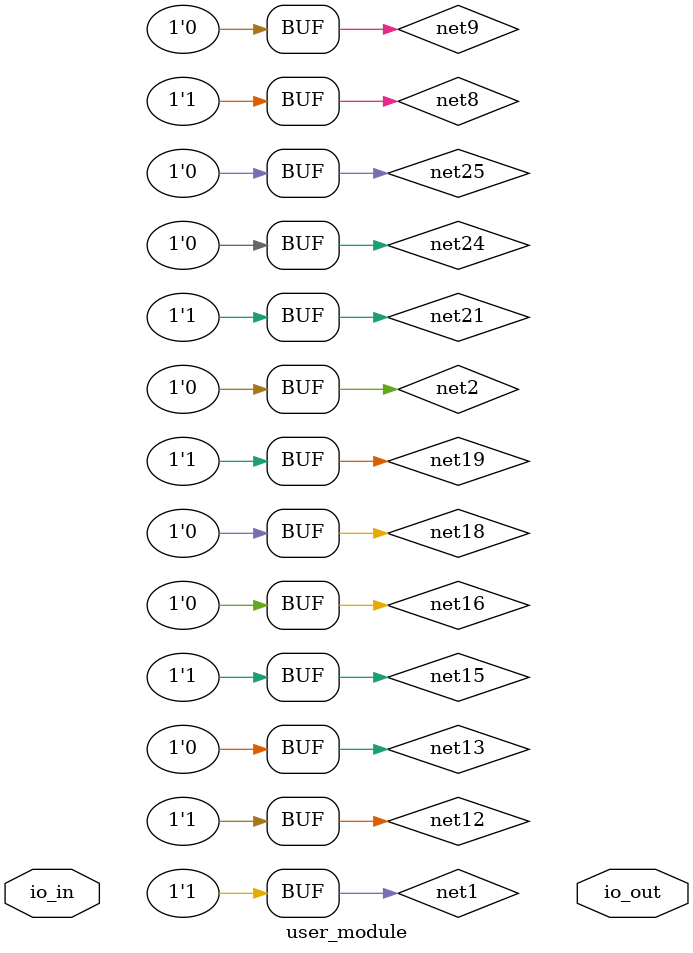
<source format=v>
/* Automatically generated from https://wokwi.com/projects/334445762078310996 */

`default_nettype none

module user_module(
  input [7:0] io_in,
  output [7:0] io_out
);
  wire net1 = 1'b1;
  wire net2 = 1'b0;
  wire net3;
  wire net4;
  wire net5;
  wire net6;
  wire net7;
  wire net8 = 1'b1;
  wire net9 = 1'b0;
  wire net10;
  wire net11;
  wire net12 = 1'b1;
  wire net13 = 1'b0;
  wire net14;
  wire net15 = 1'b1;
  wire net16 = 1'b0;
  wire net17;
  wire net18 = 1'b0;
  wire net19 = 1'b1;
  wire net20;
  wire net21 = 1'b1;
  wire net22;
  wire net23;
  wire net24 = 1'b0;
  wire net25 = 1'b0;

  and_cell gate1 (
    .a (net3)
  );
  or_cell gate2 (

  );
  xor_cell gate3 (

  );
  nand_cell gate4 (
    .a (net4),
    .b (net5),
    .out (net6)
  );
  not_cell gate5 (
    .in (net7),
    .out (net5)
  );
  buffer_cell gate6 (

  );
  mux_cell mux1 (
    .a (net8),
    .b (net9),
    .sel (net10),
    .out (net11)
  );
  dff_cell flipflop1 (

  );
  mux_cell mux2 (
    .a (net12),
    .b (net13),
    .sel (net10),
    .out (net14)
  );
  mux_cell mux3 (
    .a (net15),
    .b (net16),
    .sel (net10),
    .out (net17)
  );
  mux_cell mux4 (
    .a (net18),
    .b (net19),
    .sel (net10),
    .out (net20)
  );
  and_cell gate7 (
    .a (net22),
    .b (net23),
    .out (net4)
  );
endmodule

</source>
